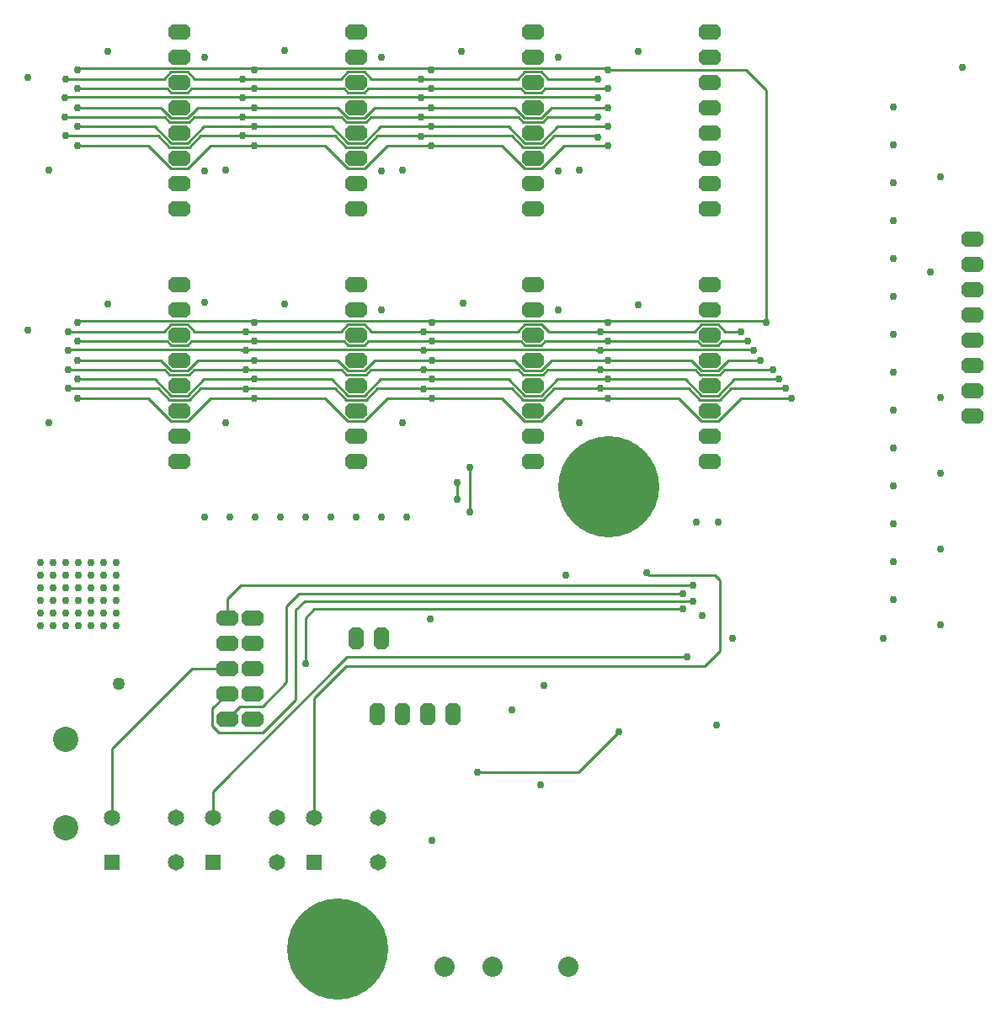
<source format=gbl>
%FSLAX25Y25*%
%MOIN*%
G70*
G01*
G75*
G04 Layer_Physical_Order=4*
G04 Layer_Color=16711680*
%ADD10R,0.03937X0.04331*%
%ADD11R,0.33622X0.21063*%
%ADD12R,0.12047X0.03504*%
%ADD13R,0.05906X0.01598*%
%ADD14R,0.01598X0.05906*%
%ADD15R,0.05906X0.05118*%
%ADD16R,0.11024X0.03740*%
%ADD17R,0.05906X0.02362*%
%ADD18R,0.03347X0.05512*%
%ADD19R,0.04724X0.13780*%
%ADD20O,0.02165X0.05906*%
%ADD21R,0.02165X0.05906*%
%ADD22R,0.05118X0.04528*%
%ADD23R,0.03937X0.01378*%
%ADD24R,0.05512X0.03347*%
%ADD25R,0.05118X0.05906*%
%ADD26C,0.01000*%
%ADD27R,0.06496X0.06496*%
%ADD28C,0.06496*%
G04:AMPARAMS|DCode=29|XSize=60mil|YSize=85mil|CornerRadius=0mil|HoleSize=0mil|Usage=FLASHONLY|Rotation=90.000|XOffset=0mil|YOffset=0mil|HoleType=Round|Shape=Octagon|*
%AMOCTAGOND29*
4,1,8,-0.04250,-0.01500,-0.04250,0.01500,-0.02750,0.03000,0.02750,0.03000,0.04250,0.01500,0.04250,-0.01500,0.02750,-0.03000,-0.02750,-0.03000,-0.04250,-0.01500,0.0*
%
%ADD29OCTAGOND29*%

G04:AMPARAMS|DCode=30|XSize=60mil|YSize=85mil|CornerRadius=0mil|HoleSize=0mil|Usage=FLASHONLY|Rotation=180.000|XOffset=0mil|YOffset=0mil|HoleType=Round|Shape=Octagon|*
%AMOCTAGOND30*
4,1,8,0.01500,-0.04250,-0.01500,-0.04250,-0.03000,-0.02750,-0.03000,0.02750,-0.01500,0.04250,0.01500,0.04250,0.03000,0.02750,0.03000,-0.02750,0.01500,-0.04250,0.0*
%
%ADD30OCTAGOND30*%

%ADD31C,0.03000*%
%ADD32C,0.08000*%
%ADD33C,0.05000*%
%ADD34C,0.40000*%
%ADD35C,0.10000*%
%ADD36C,0.04000*%
%ADD37C,0.07937*%
%ADD38C,0.07500*%
%ADD39C,0.05500*%
%ADD40C,0.09000*%
%ADD41C,0.30000*%
%ADD42C,0.09500*%
%ADD43R,0.38000X0.34000*%
%ADD44C,0.06800*%
D26*
X318318Y348750D02*
X371682D01*
X322306Y345000D02*
X339721D01*
X243206Y374100D02*
X246056Y371250D01*
X245818Y356250D02*
X265000D01*
X243868Y354300D02*
X245818Y356250D01*
X248318Y348750D02*
X266650D01*
X266700Y348700D01*
X334370Y464100D02*
X334720Y463750D01*
X265070Y464100D02*
X334370D01*
X231682Y448750D02*
X236132Y444300D01*
X178318Y448750D02*
X231682D01*
X234182Y456250D02*
X236132Y454300D01*
X233944Y471250D02*
X236794Y474100D01*
X125900Y363750D02*
X126250Y364100D01*
X318318Y448750D02*
X335450D01*
X335800Y448400D01*
X194370Y464100D02*
X194720Y463750D01*
X124720Y471250D02*
X124957D01*
X124720Y471250D02*
X124720Y471250D01*
X124720Y456250D02*
X124780D01*
X124720Y456250D02*
X124720Y456250D01*
X124720Y448750D02*
X125000D01*
X124720Y448750D02*
X124720Y448750D01*
X355000Y276000D02*
X356000Y275000D01*
X382000D01*
X384000Y273000D01*
Y245000D02*
Y273000D01*
X378000Y239000D02*
X384000Y245000D01*
X236000Y239000D02*
X378000D01*
X223205Y226205D02*
X236000Y239000D01*
X223205Y178858D02*
Y226205D01*
X183205Y178858D02*
Y189205D01*
X143205Y178858D02*
Y206305D01*
X203010Y212600D02*
X216122Y225711D01*
X185600Y212600D02*
X203010D01*
X183100Y215100D02*
X185600Y212600D01*
X183100Y215100D02*
Y222100D01*
X189000Y228000D01*
X199000Y218000D02*
X202858D01*
X189000D02*
X194000Y223000D01*
X203000D01*
X212500Y232500D01*
X143205Y206305D02*
X174900Y238000D01*
X189000D01*
Y258000D02*
Y265700D01*
X194300Y271000D01*
X236500Y242500D02*
X371000D01*
X183205Y189205D02*
X236500Y242500D01*
X223500Y261500D02*
X369500D01*
X220000Y258000D02*
X223500Y261500D01*
X220000Y240000D02*
Y258000D01*
X219701Y264701D02*
X373500D01*
X217500Y267500D02*
X369500D01*
X212500Y262500D02*
X217500Y267500D01*
X212500Y232500D02*
Y262500D01*
X194300Y271000D02*
X373500D01*
X182306Y345000D02*
X227694D01*
X285000Y300000D02*
Y317500D01*
X280000Y305000D02*
Y311500D01*
X339721Y475000D02*
X394500D01*
X402500Y467000D01*
Y375000D02*
Y467000D01*
X130421Y375700D02*
X339021D01*
X244806Y367500D02*
X305194D01*
X339721Y345000D02*
X367694D01*
X376794Y335900D01*
X383206D01*
X392306Y345000D01*
X412500D01*
X388318Y348750D02*
X410000D01*
X383868Y344300D02*
X388318Y348750D01*
X376132Y344300D02*
X383868D01*
X371682Y348750D02*
X376132Y344300D01*
X339721Y352500D02*
X370194D01*
X376794Y345900D01*
X383206D01*
X389806Y352500D01*
X407500D01*
X385818Y356250D02*
X405000D01*
X383868Y354300D02*
X385818Y356250D01*
X376132Y354300D02*
X383868D01*
X374182Y356250D02*
X376132Y354300D01*
X334780Y356250D02*
X374182D01*
X339721Y360000D02*
X372694D01*
X376794Y355900D01*
X383206D01*
X387306Y360000D01*
X400000D01*
X335189Y364100D02*
X397150D01*
X334839Y363750D02*
X335189Y364100D01*
X339721Y367500D02*
X375194D01*
X376794Y365900D01*
X383206D01*
X384806Y367500D01*
X395000D01*
X401800Y375700D02*
X402500Y375000D01*
X340421Y375700D02*
X401800D01*
X339721Y375000D02*
X340421Y375700D01*
X386056Y371250D02*
X392500D01*
X383206Y374100D02*
X386056Y371250D01*
X376794Y374100D02*
X383206D01*
X373944Y371250D02*
X376794Y374100D01*
X316250Y371250D02*
X373944D01*
X322306Y445000D02*
X339721D01*
X313206Y435900D02*
X322306Y445000D01*
X306794Y435900D02*
X313206D01*
X297694Y445000D02*
X306794Y435900D01*
X269721Y445000D02*
X297694D01*
X252306D02*
X269721D01*
X243206Y435900D02*
X252306Y445000D01*
X236794Y435900D02*
X243206D01*
X227694Y445000D02*
X236794Y435900D01*
X199721Y445000D02*
X227694D01*
X236132Y444300D02*
X243868D01*
X248318Y448750D01*
X301682D01*
X306132Y444300D01*
X313868D01*
X318318Y448750D01*
X319806Y452500D02*
X339721D01*
X313206Y445900D02*
X319806Y452500D01*
X306794Y445900D02*
X313206D01*
X300194Y452500D02*
X306794Y445900D01*
X269721Y452500D02*
X300194D01*
X249806D02*
X269721D01*
X243206Y445900D02*
X249806Y452500D01*
X236794Y445900D02*
X243206D01*
X230194Y452500D02*
X236794Y445900D01*
X199721Y452500D02*
X230194D01*
X236132Y454300D02*
X243868D01*
X245818Y456250D01*
X304182D01*
X306132Y454300D01*
X313868D01*
X315818Y456250D01*
X335800D01*
X317306Y460000D02*
X339721D01*
X313206Y455900D02*
X317306Y460000D01*
X306794Y455900D02*
X313206D01*
X302694Y460000D02*
X306794Y455900D01*
X269721Y460000D02*
X302694D01*
X247306D02*
X269721D01*
X243206Y455900D02*
X247306Y460000D01*
X236794Y455900D02*
X243206D01*
X232694Y460000D02*
X236794Y455900D01*
X199721Y460000D02*
X232694D01*
X195070Y464100D02*
X264370D01*
X264720Y463750D01*
X265070Y464100D01*
X314806Y467500D02*
X339721D01*
X313206Y465900D02*
X314806Y467500D01*
X306794Y465900D02*
X313206D01*
X305194Y467500D02*
X306794Y465900D01*
X269721Y467500D02*
X305194D01*
X244806D02*
X269721D01*
X243206Y465900D02*
X244806Y467500D01*
X236794Y465900D02*
X243206D01*
X235194Y467500D02*
X236794Y465900D01*
X199721Y467500D02*
X235194D01*
X199021Y475700D02*
X199721Y475000D01*
X200421Y475700D02*
X269021D01*
X269721Y475000D01*
X270421Y475700D01*
X339021D01*
X339721Y475000D01*
X316056Y471250D02*
X335800D01*
X313206Y474100D02*
X316056Y471250D01*
X306794Y474100D02*
X313206D01*
X303944Y471250D02*
X306794Y474100D01*
X246056Y471250D02*
X303944D01*
X243206Y474100D02*
X246056Y471250D01*
X236794Y474100D02*
X243206D01*
X182306Y445000D02*
X199721D01*
X173206Y435900D02*
X182306Y445000D01*
X166794Y435900D02*
X173206D01*
X157694Y445000D02*
X166794Y435900D01*
X129721Y445000D02*
X157694D01*
X124720Y448750D02*
X161682D01*
X166132Y444300D01*
X173868D01*
X178318Y448750D01*
X179806Y452500D02*
X199721D01*
X173206Y445900D02*
X179806Y452500D01*
X166794Y445900D02*
X173206D01*
X160194Y452500D02*
X166794Y445900D01*
X129721Y452500D02*
X160194D01*
X124720Y456250D02*
X164182D01*
X166132Y454300D01*
X173868D01*
X175818Y456250D01*
X234182D01*
X177306Y460000D02*
X199721D01*
X173206Y455900D02*
X177306Y460000D01*
X166794Y455900D02*
X173206D01*
X162694Y460000D02*
X166794Y455900D01*
X129721Y460000D02*
X162694D01*
X125070Y464100D02*
X194370D01*
X174806Y467500D02*
X199721D01*
X173206Y465900D02*
X174806Y467500D01*
X166794Y465900D02*
X173206D01*
X165194Y467500D02*
X166794Y465900D01*
X129721Y467500D02*
X165194D01*
X130421Y475700D02*
X199021D01*
X176056Y471250D02*
X233944D01*
X173206Y474100D02*
X176056Y471250D01*
X166794Y474100D02*
X173206D01*
X163944Y471250D02*
X166794Y474100D01*
X124720Y471250D02*
X163944D01*
X313206Y335900D02*
X322306Y345000D01*
X306794Y335900D02*
X313206D01*
X297694Y345000D02*
X306794Y335900D01*
X270000Y345000D02*
X297694D01*
X266650Y348750D02*
X301682D01*
X306132Y344300D01*
X313868D01*
X318318Y348750D01*
X319806Y352500D02*
X339721D01*
X313206Y345900D02*
X319806Y352500D01*
X306794Y345900D02*
X313206D01*
X300194Y352500D02*
X306794Y345900D01*
X270000Y352500D02*
X300194D01*
X265000Y356250D02*
X304182D01*
X306132Y354300D01*
X313868D01*
X315818Y356250D01*
X334780D01*
X317306Y360000D02*
X339721D01*
X313206Y355900D02*
X317306Y360000D01*
X306794Y355900D02*
X313206D01*
X302694Y360000D02*
X306794Y355900D01*
X270000Y360000D02*
X302694D01*
X195070Y364100D02*
X334488D01*
X178318Y348750D02*
X231682D01*
X252306Y345000D02*
X270000D01*
X243206Y335900D02*
X252306Y345000D01*
X236794Y335900D02*
X243206D01*
X227694Y345000D02*
X236794Y335900D01*
X231682Y348750D02*
X236132Y344300D01*
X243868D01*
X248318Y348750D01*
X249806Y352500D02*
X270000D01*
X243206Y345900D02*
X249806Y352500D01*
X236794Y345900D02*
X243206D01*
X230194Y352500D02*
X236794Y345900D01*
X199721Y352500D02*
X230194D01*
X234182Y356250D02*
X236132Y354300D01*
X243868D01*
X247306Y360000D02*
X270000D01*
X243206Y355900D02*
X247306Y360000D01*
X236794Y355900D02*
X243206D01*
X232694Y360000D02*
X236794Y355900D01*
X199721Y360000D02*
X232694D01*
X194720Y363750D02*
X195070Y364100D01*
X173206Y335900D02*
X182306Y345000D01*
X166794Y335900D02*
X173206D01*
X157694Y345000D02*
X166794Y335900D01*
X129721Y345000D02*
X157694D01*
X125900Y348750D02*
X161682D01*
X166132Y344300D01*
X173868D01*
X178318Y348750D01*
X179806Y352500D02*
X199721D01*
X173206Y345900D02*
X179806Y352500D01*
X166794Y345900D02*
X173206D01*
X160194Y352500D02*
X166794Y345900D01*
X129721Y352500D02*
X160194D01*
X175818Y356250D02*
X234182D01*
X173868Y354300D02*
X175818Y356250D01*
X166132Y354300D02*
X173868D01*
X164182Y356250D02*
X166132Y354300D01*
X125900Y356250D02*
X164182D01*
X339021Y375700D02*
X339721Y375000D01*
X313400Y374100D02*
X316250Y371250D01*
X306794Y374100D02*
X313400D01*
X303944Y371250D02*
X306794Y374100D01*
X246056Y371250D02*
X303944D01*
X236794Y374100D02*
X243206D01*
X233944Y371250D02*
X236794Y374100D01*
X176056Y371250D02*
X233944D01*
X173206Y374100D02*
X176056Y371250D01*
X166794Y374100D02*
X173206D01*
X163944Y371250D02*
X166794Y374100D01*
X125900Y371250D02*
X163944D01*
X126250Y364100D02*
X194370D01*
X194720Y363750D01*
X177306Y360000D02*
X199721D01*
X173206Y355900D02*
X177306Y360000D01*
X166794Y355900D02*
X173206D01*
X162694Y360000D02*
X166794Y355900D01*
X129721Y360000D02*
X162694D01*
X199721Y367500D02*
X235194D01*
X174806D02*
X199721D01*
X314806Y367500D02*
X339721D01*
X313206Y365900D02*
X314806Y367500D01*
X306794Y365900D02*
X313206D01*
X305194Y367500D02*
X306794Y365900D01*
X243206D02*
X244806Y367500D01*
X236794Y365900D02*
X243206D01*
X235194Y367500D02*
X236794Y365900D01*
X173206D02*
X174806Y367500D01*
X166794Y365900D02*
X173206D01*
X165194Y367500D02*
X166794Y365900D01*
X129721Y367500D02*
X165194D01*
X288000Y197000D02*
X328000D01*
X344000Y213000D01*
X216122Y225711D02*
Y261122D01*
X219701Y264701D01*
D27*
X223205Y161142D02*
D03*
X183205D02*
D03*
X143205D02*
D03*
D28*
X223205Y178858D02*
D03*
X248795D02*
D03*
Y161142D02*
D03*
X208795D02*
D03*
Y178858D02*
D03*
X183205D02*
D03*
X168795Y161142D02*
D03*
Y178858D02*
D03*
X143205D02*
D03*
D29*
X484000Y338000D02*
D03*
Y348000D02*
D03*
Y358000D02*
D03*
Y368000D02*
D03*
Y378000D02*
D03*
Y388000D02*
D03*
Y398000D02*
D03*
Y408000D02*
D03*
X199000Y218000D02*
D03*
Y228000D02*
D03*
Y238000D02*
D03*
Y248000D02*
D03*
Y258000D02*
D03*
X189000Y218000D02*
D03*
Y228000D02*
D03*
Y238000D02*
D03*
Y248000D02*
D03*
Y258000D02*
D03*
X170000Y490000D02*
D03*
Y480000D02*
D03*
Y470000D02*
D03*
Y460000D02*
D03*
Y450000D02*
D03*
Y440000D02*
D03*
Y430000D02*
D03*
Y420000D02*
D03*
X240000Y490000D02*
D03*
Y480000D02*
D03*
Y470000D02*
D03*
Y460000D02*
D03*
Y450000D02*
D03*
Y440000D02*
D03*
Y430000D02*
D03*
Y420000D02*
D03*
X310000Y490000D02*
D03*
Y480000D02*
D03*
Y470000D02*
D03*
Y460000D02*
D03*
Y450000D02*
D03*
Y440000D02*
D03*
Y430000D02*
D03*
Y420000D02*
D03*
X380000Y490000D02*
D03*
Y480000D02*
D03*
Y470000D02*
D03*
Y460000D02*
D03*
Y450000D02*
D03*
Y440000D02*
D03*
Y430000D02*
D03*
Y420000D02*
D03*
X170000Y390000D02*
D03*
Y380000D02*
D03*
Y370000D02*
D03*
Y360000D02*
D03*
Y350000D02*
D03*
Y340000D02*
D03*
Y330000D02*
D03*
Y320000D02*
D03*
X240000Y390000D02*
D03*
Y380000D02*
D03*
Y370000D02*
D03*
Y360000D02*
D03*
Y350000D02*
D03*
Y340000D02*
D03*
Y330000D02*
D03*
Y320000D02*
D03*
X310000Y390000D02*
D03*
Y380000D02*
D03*
Y370000D02*
D03*
Y360000D02*
D03*
Y350000D02*
D03*
Y340000D02*
D03*
Y330000D02*
D03*
Y320000D02*
D03*
X380000Y390000D02*
D03*
Y380000D02*
D03*
Y370000D02*
D03*
Y360000D02*
D03*
Y350000D02*
D03*
Y340000D02*
D03*
Y330000D02*
D03*
Y320000D02*
D03*
D30*
X248500Y220000D02*
D03*
X258500D02*
D03*
X268500D02*
D03*
X278500D02*
D03*
X240000Y250000D02*
D03*
X250000D02*
D03*
D31*
X336600Y348800D02*
D03*
X266700Y348700D02*
D03*
X196200Y348500D02*
D03*
X125900Y348800D02*
D03*
X335800Y448400D02*
D03*
X265600Y448700D02*
D03*
X195000Y463750D02*
D03*
Y448750D02*
D03*
X124957Y471250D02*
D03*
X124780Y456250D02*
D03*
X125000Y448750D02*
D03*
X260000Y298000D02*
D03*
X250000D02*
D03*
X240000D02*
D03*
X230000D02*
D03*
X220000D02*
D03*
X210000D02*
D03*
X200000D02*
D03*
X190000D02*
D03*
X180000D02*
D03*
X115000Y280000D02*
D03*
X120000D02*
D03*
X125000D02*
D03*
X130000D02*
D03*
X269321Y257500D02*
D03*
X355000Y276000D02*
D03*
X377138Y258862D02*
D03*
X220000Y240000D02*
D03*
X351811Y482189D02*
D03*
X281811D02*
D03*
X211811Y482689D02*
D03*
X141811Y482189D02*
D03*
X199721Y345000D02*
D03*
X141811Y382189D02*
D03*
X211811Y382311D02*
D03*
X282500Y382500D02*
D03*
X351811Y381811D02*
D03*
X280000Y311500D02*
D03*
X285000Y317500D02*
D03*
X280000Y305000D02*
D03*
X285000Y300000D02*
D03*
X270000Y367500D02*
D03*
X400000Y360000D02*
D03*
X392500Y371250D02*
D03*
X397500Y363750D02*
D03*
X405000Y356250D02*
D03*
X410000Y348750D02*
D03*
X402500Y375000D02*
D03*
X395000Y367500D02*
D03*
X407500Y352500D02*
D03*
X412500Y345000D02*
D03*
X335800Y471250D02*
D03*
X339721Y467500D02*
D03*
X335800Y463750D02*
D03*
X339721Y460000D02*
D03*
X335800Y456250D02*
D03*
X339721Y452500D02*
D03*
Y445000D02*
D03*
Y475000D02*
D03*
X265600Y471250D02*
D03*
X269721Y467500D02*
D03*
X265600Y463750D02*
D03*
X269721Y460000D02*
D03*
X265600Y456250D02*
D03*
X269721Y452500D02*
D03*
Y445000D02*
D03*
Y475000D02*
D03*
X195000Y471250D02*
D03*
X199721Y467500D02*
D03*
Y460000D02*
D03*
X195000Y456250D02*
D03*
X199721Y452500D02*
D03*
Y445000D02*
D03*
Y475000D02*
D03*
X129721Y467500D02*
D03*
X124720Y463750D02*
D03*
X129721Y460000D02*
D03*
Y452500D02*
D03*
Y445000D02*
D03*
Y475000D02*
D03*
X125900Y371250D02*
D03*
X129721Y367500D02*
D03*
X125900Y363750D02*
D03*
X129721Y360000D02*
D03*
X125900Y356250D02*
D03*
X129721Y352500D02*
D03*
Y345000D02*
D03*
Y375000D02*
D03*
X196200Y371250D02*
D03*
X199721Y367500D02*
D03*
X196200Y363750D02*
D03*
X199721Y360000D02*
D03*
X196200Y356250D02*
D03*
X199721Y352500D02*
D03*
Y375000D02*
D03*
X270000Y375000D02*
D03*
X339721Y375000D02*
D03*
X270000Y345000D02*
D03*
Y352500D02*
D03*
X266700Y356250D02*
D03*
X270000Y360000D02*
D03*
X266700Y363750D02*
D03*
Y371250D02*
D03*
X336600Y371250D02*
D03*
Y363750D02*
D03*
Y356250D02*
D03*
X339721Y345000D02*
D03*
Y352500D02*
D03*
Y360000D02*
D03*
Y367500D02*
D03*
X480000Y476000D02*
D03*
X471232Y432500D02*
D03*
X467500Y395000D02*
D03*
X471232Y345232D02*
D03*
Y315232D02*
D03*
Y285268D02*
D03*
Y255232D02*
D03*
X371000Y242500D02*
D03*
X373500Y264701D02*
D03*
Y271000D02*
D03*
X369500Y267500D02*
D03*
Y261500D02*
D03*
X374768Y295768D02*
D03*
X383232Y295768D02*
D03*
X382732Y215732D02*
D03*
X389000Y250000D02*
D03*
X270000Y170000D02*
D03*
X314268Y231268D02*
D03*
X323000Y275000D02*
D03*
X250000Y380000D02*
D03*
X320000D02*
D03*
X180000Y383000D02*
D03*
X110000Y372000D02*
D03*
Y472000D02*
D03*
X180000Y480000D02*
D03*
X320000D02*
D03*
X250000D02*
D03*
X118189Y435189D02*
D03*
X188189D02*
D03*
X258189D02*
D03*
X328189D02*
D03*
Y335189D02*
D03*
X258189D02*
D03*
X188189D02*
D03*
X118189D02*
D03*
X180000Y435000D02*
D03*
X250000D02*
D03*
X320000D02*
D03*
X344000Y213000D02*
D03*
X288000Y197000D02*
D03*
X301740Y221740D02*
D03*
X312937Y191937D02*
D03*
X448700Y249900D02*
D03*
X452600Y265400D02*
D03*
Y280400D02*
D03*
Y295400D02*
D03*
Y310400D02*
D03*
Y325400D02*
D03*
Y340400D02*
D03*
Y355400D02*
D03*
Y370400D02*
D03*
Y385400D02*
D03*
Y400400D02*
D03*
Y415400D02*
D03*
Y430400D02*
D03*
Y445400D02*
D03*
Y460400D02*
D03*
X115000Y255000D02*
D03*
Y260000D02*
D03*
Y265000D02*
D03*
Y270000D02*
D03*
Y275000D02*
D03*
X120000Y255000D02*
D03*
X125000D02*
D03*
X130000D02*
D03*
X135000D02*
D03*
X140000D02*
D03*
Y260000D02*
D03*
X135000D02*
D03*
X130000D02*
D03*
X125000D02*
D03*
X120000D02*
D03*
Y265000D02*
D03*
X135000Y280000D02*
D03*
X140000D02*
D03*
X145000D02*
D03*
Y275000D02*
D03*
X140000D02*
D03*
X135000D02*
D03*
X130000D02*
D03*
X125000D02*
D03*
X120000D02*
D03*
Y270000D02*
D03*
X125000D02*
D03*
X130000D02*
D03*
X135000D02*
D03*
X140000D02*
D03*
X145000D02*
D03*
Y265000D02*
D03*
X140000D02*
D03*
X135000D02*
D03*
X130000D02*
D03*
X125000D02*
D03*
X145000Y260000D02*
D03*
Y255000D02*
D03*
D32*
X294000Y120000D02*
D03*
X275000D02*
D03*
X324000D02*
D03*
D33*
X146000Y232000D02*
D03*
D34*
X232600Y126900D02*
D03*
X340000Y310000D02*
D03*
D35*
X125000Y210000D02*
D03*
Y175000D02*
D03*
M02*

</source>
